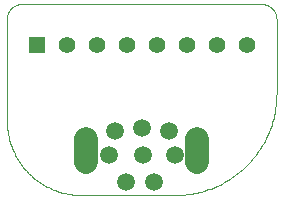
<source format=gts>
G75*
%MOIN*%
%OFA0B0*%
%FSLAX25Y25*%
%IPPOS*%
%LPD*%
%AMOC8*
5,1,8,0,0,1.08239X$1,22.5*
%
%ADD10C,0.00000*%
%ADD11C,0.05943*%
%ADD12C,0.08077*%
%ADD13R,0.05550X0.05550*%
%ADD14C,0.05550*%
D10*
X0026600Y0013809D02*
X0057514Y0013809D01*
X0026600Y0013809D02*
X0025996Y0013816D01*
X0025392Y0013838D01*
X0024789Y0013875D01*
X0024187Y0013926D01*
X0023587Y0013991D01*
X0022988Y0014071D01*
X0022391Y0014166D01*
X0021797Y0014275D01*
X0021205Y0014398D01*
X0020617Y0014535D01*
X0020032Y0014687D01*
X0019451Y0014853D01*
X0018875Y0015033D01*
X0018302Y0015226D01*
X0017735Y0015434D01*
X0017173Y0015655D01*
X0016616Y0015889D01*
X0016065Y0016137D01*
X0015520Y0016398D01*
X0014982Y0016673D01*
X0014450Y0016960D01*
X0013926Y0017260D01*
X0013409Y0017572D01*
X0012900Y0017897D01*
X0012398Y0018234D01*
X0011905Y0018584D01*
X0011421Y0018945D01*
X0010945Y0019317D01*
X0010479Y0019701D01*
X0010022Y0020096D01*
X0009575Y0020502D01*
X0009137Y0020919D01*
X0008710Y0021346D01*
X0008293Y0021784D01*
X0007887Y0022231D01*
X0007492Y0022688D01*
X0007108Y0023154D01*
X0006736Y0023630D01*
X0006375Y0024114D01*
X0006025Y0024607D01*
X0005688Y0025109D01*
X0005363Y0025618D01*
X0005051Y0026135D01*
X0004751Y0026659D01*
X0004464Y0027191D01*
X0004189Y0027729D01*
X0003928Y0028274D01*
X0003680Y0028825D01*
X0003446Y0029382D01*
X0003225Y0029944D01*
X0003017Y0030511D01*
X0002824Y0031084D01*
X0002644Y0031660D01*
X0002478Y0032241D01*
X0002326Y0032826D01*
X0002189Y0033414D01*
X0002066Y0034006D01*
X0001957Y0034600D01*
X0001862Y0035197D01*
X0001782Y0035796D01*
X0001717Y0036396D01*
X0001666Y0036998D01*
X0001629Y0037601D01*
X0001607Y0038205D01*
X0001600Y0038809D01*
X0001600Y0072510D01*
X0001602Y0072650D01*
X0001608Y0072790D01*
X0001618Y0072930D01*
X0001631Y0073070D01*
X0001649Y0073209D01*
X0001671Y0073348D01*
X0001696Y0073485D01*
X0001725Y0073623D01*
X0001758Y0073759D01*
X0001795Y0073894D01*
X0001836Y0074028D01*
X0001881Y0074161D01*
X0001929Y0074293D01*
X0001981Y0074423D01*
X0002036Y0074552D01*
X0002095Y0074679D01*
X0002158Y0074805D01*
X0002224Y0074929D01*
X0002293Y0075050D01*
X0002366Y0075170D01*
X0002443Y0075288D01*
X0002522Y0075403D01*
X0002605Y0075517D01*
X0002691Y0075627D01*
X0002780Y0075736D01*
X0002872Y0075842D01*
X0002967Y0075945D01*
X0003064Y0076046D01*
X0003165Y0076143D01*
X0003268Y0076238D01*
X0003374Y0076330D01*
X0003483Y0076419D01*
X0003593Y0076505D01*
X0003707Y0076588D01*
X0003822Y0076667D01*
X0003940Y0076744D01*
X0004060Y0076817D01*
X0004181Y0076886D01*
X0004305Y0076952D01*
X0004431Y0077015D01*
X0004558Y0077074D01*
X0004687Y0077129D01*
X0004817Y0077181D01*
X0004949Y0077229D01*
X0005082Y0077274D01*
X0005216Y0077315D01*
X0005351Y0077352D01*
X0005487Y0077385D01*
X0005625Y0077414D01*
X0005762Y0077439D01*
X0005901Y0077461D01*
X0006040Y0077479D01*
X0006180Y0077492D01*
X0006320Y0077502D01*
X0006460Y0077508D01*
X0006600Y0077510D01*
X0086521Y0077510D01*
X0086661Y0077508D01*
X0086801Y0077502D01*
X0086941Y0077492D01*
X0087081Y0077479D01*
X0087220Y0077461D01*
X0087359Y0077439D01*
X0087496Y0077414D01*
X0087634Y0077385D01*
X0087770Y0077352D01*
X0087905Y0077315D01*
X0088039Y0077274D01*
X0088172Y0077229D01*
X0088304Y0077181D01*
X0088434Y0077129D01*
X0088563Y0077074D01*
X0088690Y0077015D01*
X0088816Y0076952D01*
X0088940Y0076886D01*
X0089061Y0076817D01*
X0089181Y0076744D01*
X0089299Y0076667D01*
X0089414Y0076588D01*
X0089528Y0076505D01*
X0089638Y0076419D01*
X0089747Y0076330D01*
X0089853Y0076238D01*
X0089956Y0076143D01*
X0090057Y0076046D01*
X0090154Y0075945D01*
X0090249Y0075842D01*
X0090341Y0075736D01*
X0090430Y0075627D01*
X0090516Y0075517D01*
X0090599Y0075403D01*
X0090678Y0075288D01*
X0090755Y0075170D01*
X0090828Y0075050D01*
X0090897Y0074929D01*
X0090963Y0074805D01*
X0091026Y0074679D01*
X0091085Y0074552D01*
X0091140Y0074423D01*
X0091192Y0074293D01*
X0091240Y0074161D01*
X0091285Y0074028D01*
X0091326Y0073894D01*
X0091363Y0073759D01*
X0091396Y0073623D01*
X0091425Y0073485D01*
X0091450Y0073348D01*
X0091472Y0073209D01*
X0091490Y0073070D01*
X0091503Y0072930D01*
X0091513Y0072790D01*
X0091519Y0072650D01*
X0091521Y0072510D01*
X0091521Y0047817D01*
X0091522Y0047817D02*
X0091512Y0046995D01*
X0091482Y0046174D01*
X0091433Y0045354D01*
X0091363Y0044535D01*
X0091274Y0043718D01*
X0091165Y0042903D01*
X0091037Y0042092D01*
X0090888Y0041283D01*
X0090721Y0040479D01*
X0090534Y0039678D01*
X0090327Y0038883D01*
X0090102Y0038093D01*
X0089858Y0037308D01*
X0089594Y0036529D01*
X0089312Y0035758D01*
X0089011Y0034993D01*
X0088692Y0034235D01*
X0088355Y0033486D01*
X0088000Y0032745D01*
X0087627Y0032013D01*
X0087236Y0031290D01*
X0086828Y0030576D01*
X0086403Y0029873D01*
X0085961Y0029180D01*
X0085502Y0028498D01*
X0085027Y0027828D01*
X0084536Y0027169D01*
X0084029Y0026522D01*
X0083507Y0025887D01*
X0082969Y0025266D01*
X0082417Y0024657D01*
X0081850Y0024062D01*
X0081269Y0023481D01*
X0080674Y0022914D01*
X0080065Y0022362D01*
X0079444Y0021824D01*
X0078809Y0021302D01*
X0078162Y0020795D01*
X0077503Y0020304D01*
X0076833Y0019829D01*
X0076151Y0019370D01*
X0075458Y0018928D01*
X0074755Y0018503D01*
X0074041Y0018095D01*
X0073318Y0017704D01*
X0072586Y0017331D01*
X0071845Y0016976D01*
X0071096Y0016639D01*
X0070338Y0016320D01*
X0069573Y0016019D01*
X0068802Y0015737D01*
X0068023Y0015473D01*
X0067238Y0015229D01*
X0066448Y0015004D01*
X0065653Y0014797D01*
X0064852Y0014610D01*
X0064048Y0014443D01*
X0063239Y0014294D01*
X0062428Y0014166D01*
X0061613Y0014057D01*
X0060796Y0013968D01*
X0059977Y0013898D01*
X0059157Y0013849D01*
X0058336Y0013819D01*
X0057514Y0013809D01*
D11*
X0050537Y0018179D03*
X0041482Y0018179D03*
X0046994Y0027234D03*
X0055655Y0035108D03*
X0046600Y0036289D03*
X0037545Y0035108D03*
X0035576Y0027234D03*
X0057624Y0027234D03*
D12*
X0065104Y0024970D02*
X0065104Y0032648D01*
X0028096Y0032648D02*
X0028096Y0024970D01*
D13*
X0011600Y0063809D03*
D14*
X0021600Y0063809D03*
X0031600Y0063809D03*
X0041600Y0063809D03*
X0051600Y0063809D03*
X0061600Y0063809D03*
X0071600Y0063809D03*
X0081600Y0063809D03*
M02*

</source>
